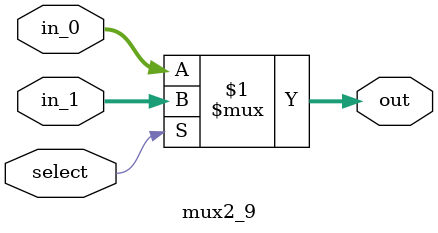
<source format=v>
`define Reset 7'b0000001
`define IF1 7'b0000011
`define IF2 7'b0000111
`define UpdatePC 7'b0001111
`define HALT 7'b0011111
`define Decoder 7'b0000010
`define WriteImm 7'b0000100
`define GetA 7'b0001000
`define GetB 7'b0010000
`define ALUopr 7'b0100000
`define Loader 7'b0110000
`define RWM_LDR 7'b0111000
`define RWM_STR 7'b0111100
`define RWM_STR_VAL 7'b0111110
`define RWM_STR_VAL_S2 7'b0111111
`define WriteReg 7'b1000000
`define Branch 7'b1111111
`define Branch2 7'b1111110
`define Branch2_2 7'b1111100
`define Branch2_3 7'b1111000
`define Branch2_4 7'b1110000
`define Branch2_5 7'b1100000
`define MNONE 2'b00
`define MWRITE 2'b01
`define MREAD 2'b10


module cpu(clk,reset,s,in,out,N,V,Z,w,mem_cmd,mem_addr,halter);
    input clk, reset,s;
    input [15:0] in;
    output [15:0] out;
    output N, V, Z, w, halter;

    wire  N, V, Z, s;

    reg loada, loadb, loadc, loads, asel, bsel, write, load_ir, load_pc, load_addr, reset_pc, addr_sel, w, halter;
    output [1:0] mem_cmd;
    output [8:0] mem_addr;
    reg [3:0] vsel;
    wire [1:0] shift, ALUop;
    wire [1:0] op;
    wire [2:0] writenum, readnum, Z_out;
    wire [2:0] opcode, Rn, Rd, Rm, cond;
    wire [15:0] in_ID;
    wire [15:0] C;
    wire [15:0] sximm8;
    wire [15:0] sximm5;
    wire [15:0] mdata;

    wire [8:0] mem_addr, next_pc;
    reg [1:0] mem_cmd;
    reg [8:0] PC;   
    wire [8:0] addr;   
    reg [2:0] nsel;
    reg [6:0] present_state, tmp;
    
    // 
    assign mdata = in;

    //instantiating module instReg
    instReg IR(clk, load_ir, in, in_ID);

    //instantiating module InstDecoder
    instDecoder ID(in_ID, nsel, opcode, op, ALUop, shift, sximm8, sximm5, readnum, writenum, cond);

    //instantiating module datapth
    datapath DP(PC, sximm8, sximm5, mdata, vsel, clk, write, writenum, readnum,
                loada, asel, loadb, shift, bsel, ALUop, loadc, loads, Z_out, C);

    wire [8:0] newPC;
    assign newPC = PC + 9'b000000001;  

    Reg #(9) DAD(load_addr, clk, C[8:0], addr);          

    mux2_9 RESETPC (newPC, 9'b0, next_pc, reset_pc);

    mux2_9 SELPC(addr, PC, mem_addr, addr_sel);
    
    //the FSM 
    always@(posedge clk) begin 

        PC = load_pc ? next_pc : PC;

        // resets the FSM
        if (reset) begin
            halter = 0;
            reset_pc = 1;
            load_pc = 1;
            present_state = `Reset;
            w = 1;
        end
        else begin
            //using casex satements to determine the present state
            casex({present_state,opcode,op,s})
                {`Reset,3'bxxx,2'bxx,1'b0}: present_state = `IF1;
                {`Reset,3'bxxx,2'bxx,1'b1}: present_state = `Reset;
                {`IF1,3'bxxx,2'bxx,1'bx}: present_state = `IF2;
                {`IF2,6'bxxxxxx}: present_state = `UpdatePC;
                {`UpdatePC,6'bxxxxxx}: present_state = `Decoder;
                {`Decoder,3'b110,2'b10,1'bx}: present_state = `WriteImm;
                {`Decoder,3'b110,2'bxx,1'bx}: present_state = `GetB;
                {`Decoder,3'b101,2'bxx,1'bx}: present_state = `GetA;
                {`Decoder,3'b011,2'bxx,1'bx}: present_state = `GetA;
                {`Decoder,3'b100,2'bxx,1'bx}: present_state = `GetA;
                {`Decoder,3'b111,2'bxx,1'bx}: present_state = `HALT;
                {`Decoder,3'b001,2'bxx,1'bx}: present_state = `Branch;
                {`Decoder,3'b010,2'bxx,1'bx}: present_state = `Branch2;
                {`Decoder,3'bxxx,2'bxx,1'bx}: present_state = `WriteReg;
                {`HALT,3'bxxx,2'bxx,1'bx}: present_state = `HALT;
                {`WriteImm,3'bxxx,2'bxx,1'bx}: present_state = `IF1;
                {`Reset,3'bxxx,2'bxx,1'bx}: present_state = `IF1;
                {`GetA,3'bxxx,2'bxx,1'bx}: present_state = `GetB;
                {`GetB,3'bxxx,2'bxx,1'bx}: present_state = `ALUopr;
                {`ALUopr,5'b01100,1'bx}: present_state = `Loader;
                {`ALUopr,5'b10000,1'bx}: present_state = `Loader;
                {`ALUopr,6'bxxxxxx}: present_state = `WriteReg;
                {`Loader,5'b01100,1'bx}: present_state = `RWM_LDR;
                {`Loader,5'b10000,1'bx}: present_state = `RWM_STR;
                {`RWM_LDR,6'bxxxxxx}: present_state = `WriteReg;
                {`RWM_STR,6'bxxxxxx}: present_state = `RWM_STR_VAL;
                {`RWM_STR_VAL,6'bxxxxxx}: present_state = `RWM_STR_VAL_S2;
                {`RWM_STR_VAL_S2,6'bxxxxxx}: present_state = `IF1;
                {`WriteReg,6'bxxxxxx}: present_state = `IF1;
                {`Branch,6'bxxxxxx}: present_state = `IF1;
                {`Branch2,6'bxxxxxx}: present_state = `Branch2_2;
                {`Branch2_2,3'bxxx,2'b11,1'bx}: present_state = `IF1;
                {`Branch2_2,6'bxxxxxx}: present_state = `Branch2_3;
                {`Branch2_3,6'bxxxxxx}: present_state = `Branch2_4;
                {`Branch2_4,3'bxxx,2'b00,1'bx}: present_state = `IF1;
                {`Branch2_4,6'bxxxxxx}: present_state = `Branch2_5;
                {`Branch2_5,6'bxxxxxx}: present_state = `IF1;
                default: present_state = 7'bx;
            endcase

            // changing output according to present state
            case (present_state)
                `HALT: halter = 1;

                `Reset: begin
                          halter = 0;
                          w=1;
                          load_addr = 0;
                          addr_sel = 0;
                          load_ir = 0;
                          reset_pc = 1;
                          load_pc = 1;
                          loada = 1'b0;
                          loadb = 1'b0;
                          loadc = 1'b0;
                          asel = 2'b0;
                          bsel = 2'b0;
                          nsel = 3'b0;
                          vsel = 4'b1000;
                          write = 1'b0;
                          mem_cmd = `MNONE;
                       end

                `IF1: begin 
                          w=1;
                          load_addr = 0;
                          addr_sel = 1;
                          load_ir = 0;
                          load_pc = 0;
                          loada = 1'b0;
                          loadb = 1'b0;
                          loadc = 1'b0;
                          asel = 2'b0;
                          bsel = 2'b0;
                          nsel = 3'b0;
                          vsel = 4'b1000;
                          write = 1'b0;
                          reset_pc = 0;
                          mem_cmd = `MREAD;
                      end
                    
                `IF2: begin
                    load_ir = 1;
                    addr_sel = 1;
                end

                `UpdatePC:  begin 
                    load_ir = 0;
                    load_pc = 1; 
                    mem_cmd = `MNONE; 
                end
                
                `Decoder: begin 
                    load_pc = 0;
                    write = 0;
                    w = 0; 
                end

                `WriteImm:  begin
                                nsel = 3'b100;
                                vsel =  4'b0100;
                                write = 1;
                            end
                
                `GetA: begin
                        write = 0;
                        loada = 1'b1;
                        nsel = 3'b100;
                       end
            
                `GetB: begin
                        nsel = 3'b001;
                        loadb = 1'b1;
                        loada = 1'b0;              
                end
                
                `ALUopr: begin 
                        if ({opcode, op} == 5'b11000) begin
                            loadb = 1'b0;
                            asel = 1'b1;
                            bsel = 1'b0;
                            loadc = 1'b1;
                            loads = 1'b1;
                        end
                        else if ({opcode,op} == 5'b01100) begin
                            loadb = 1'b0;
                            asel = 1'b0; 
                            bsel = 1'b1;  
                            loadc = 1'b1;
                            loads = 1'b1;  
                        end
                        else if ({opcode,op} == 5'b10000) begin 
                            asel = 1'b0; 
                            bsel = 1'b1; 
                            loadb = 1'b0;
                            loadc = 1'b1;
                            loads = 1'b1;
                        end

                        else begin
                            loadb = 1'b0;
                            asel = 1'b0;
                            bsel = 1'b0;
                            if (op == 01) begin
                                loadc = 1'b0;
                                loads = 1'b1;
                            end
                            else begin
                                loadc = 1'b1;
                                loads = 1'b0;
                            end
                        end    
                    end

                `Loader: begin
                    if ({opcode, op} == 5'b01100) begin
                            load_addr = 1'b1;
                            addr_sel = 1'b0;
                            loadc = 1'b0;
                            
                        end
                    else begin
                            load_addr = 1'b1;
                            addr_sel = 1'b0;                  
                            loadc = 1'b0;
                        end
                end

                `RWM_LDR: begin
                    mem_cmd = `MREAD;
                    load_addr = 1'b0;
                end

                `RWM_STR: begin
                    nsel = 3'b010;
                    loadb = 1;
                    load_addr = 0;
                end

                `RWM_STR_VAL: begin
                    loadb = 0;
                    asel = 1;
                    bsel = 0;
                    loadc = 1;
                end

                `RWM_STR_VAL_S2: begin
                    loadc = 0;
                    mem_cmd = `MWRITE;
                end
                
                `WriteReg: begin  
                              load_addr = 1'b0;
                              loadc = 1'b0;
                              loads = 1'b0;                           
                              
                              nsel = 3'b010;
                              if({opcode, op} == 5'b01100)
                                vsel = 4'b1000;
                              else 
                                vsel = 4'b0001;
                              if (op == 01) 
                                write = 0;
                              else
                                write = 1;
                                
                end

                `Branch: begin
                    if(cond == 3'b0) begin
                        PC = PC + sximm8;
                    end
                    else if(cond == 3'b001) begin
                        if(Z == 1'b1)
                            PC = PC + sximm8[8:0];
                        else
                            PC = PC;
                    end
                    else if(cond == 3'b010) begin
                        if(Z == 1'b0)
                            PC = PC + sximm8[8:0];
                        else
                            PC = PC;
                    end
                    else if(cond == 3'b011) begin
                        if(N !== V)
                            PC = PC + sximm8[8:0];
                        else
                            PC = PC;
                    end
                    else if(cond == 3'b100) begin
                        if(N !== V || Z == 1'b1)
                            PC = PC + sximm8[8:0];
                        else
                            PC = PC;
                    end
                    else 
                        PC =  9'bxxxxxxxxx;
                end      

                `Branch2: begin
                    if (op == 2'b11 | op == 2'b10) begin
                        vsel = 4'b0010;
                        nsel = 3'b100;
                        write = 1;
                    end 
                    else begin
                        nsel = 3'b010;
                        loadb = 1;
                        loada = 0;  
                    end  
                end     

                `Branch2_2: begin
                    if (op == 2'b11) begin
                        write = 0;
                        PC = PC + sximm8[8:0];
                    end 
                    else if (op == 2'b00) begin
                        asel = 1;
                        bsel = 0;
                        loadc = 1;
                    end
                    else begin
                        write = 0;
                        nsel = 3'b010;
                        loadb = 1;
                        loada = 0;
                    end
                end

                `Branch2_3: begin
                    if(op == 2'b10) begin
                        asel = 1;
                        bsel = 0;
                        loadc = 1;
                    end
                    else begin
                        loadc = 0;
                    end
                end

                `Branch2_4: begin
                    if (op == 2'b00) begin
                        PC = C[8:0];
                    end
                    else begin
                        loadc = 0;
                    end
                end

                `Branch2_5: begin
                    PC = C[8:0];
                end

                default: begin
                            nsel = 3'bxxx;
                            loada = 1'bx;
                            loadb = 1'bx;
                            loadc = 1'bx;
                            asel = 1'bx;
                            bsel = 1'bx;
                            write = 1'bx;
                            vsel = 4'bxxxx;
                            w= 1'bx;
                         end
            endcase
        end    
    
    end

    // assigning out, N, V, Z their respective values.
    assign out = C;
    assign N = Z_out[2];
    assign V = Z_out[1];
    assign Z = Z_out[0];

endmodule
                

module instReg (clk,load,in,out); //passes the new instruction value when load is set to 1
    input wire load, clk;
    input wire [15:0] in;
    output reg [15:0] out;

    initial begin
        out = 16'b0;
    end

    always @(posedge clk) begin
        out = load ? in : out; 
    end
endmodule

module instDecoder (in, nsel, opcode, op, ALUop, shift, sximm8, sximm5, readnum, writenum, cond); 
    // decodes value and assigns the particular values to their according bit sizes.

    input [15:0] in;
    input [2:0] nsel;
    output [2:0] opcode;
    output [1:0] op;
    output [1:0] ALUop;
    output [1:0] shift;
    output [15:0] sximm8;
    output [15:0] sximm5;
    output [2:0] readnum; 
    output [2:0] writenum;
    output [2:0] cond;

    reg [2:0] readnum;
    reg [2:0] writenum;

    wire [2:0] Rn;
    wire [2:0] Rd;
    wire [2:0] Rm;
    wire [4:0] imm5;
    wire [7:0] imm8;

    assign opcode = in[15:13];
    assign op = in[12:11];
    assign ALUop = {in[15:13],in[12:11]} == 5'b01010 ? 0 : in[12:11];
    assign Rn = in[10:8];
    assign Rd = in[7:5];
    assign Rm = in[2:0];
    assign shift = (in[15:13] == 3'b110 | in[15:13] == 3'b101) ? in[4:3] : 0;
    assign imm5 = in[4:0];
    assign imm8 = in[7:0];
    assign sximm8 = {{8{imm8[7]}} ,imm8};
    assign sximm5 = {{11{imm5[4]}},in[4:0]};
    assign cond = in[10:8];

    always @* begin //nsel selects between Rn, Rm and Rd
        case (nsel)
            3'b001: begin
                        readnum = Rm;
                        writenum = Rm;
                    end         
            3'b010: begin
                        readnum = Rd;
                        writenum = Rd;
                    end
            3'b100: begin
                        readnum = Rn;
                        writenum = Rn;
                    end
            default: begin
                readnum = 3'bxxx;
                writenum = 3'bxxx;
            end
        endcase
    end
    
endmodule

module mux2_9 (in_0, in_1, out, select);

    input [8:0] in_0, in_1;
    output [8:0] out;
    input select;
    
    // assigning out a value in_1 or in_0 depending on select.
    // if select is 1 out is assigned in_1, else in_0.
    assign out = select ? in_1 : in_0;
    
endmodule
</source>
